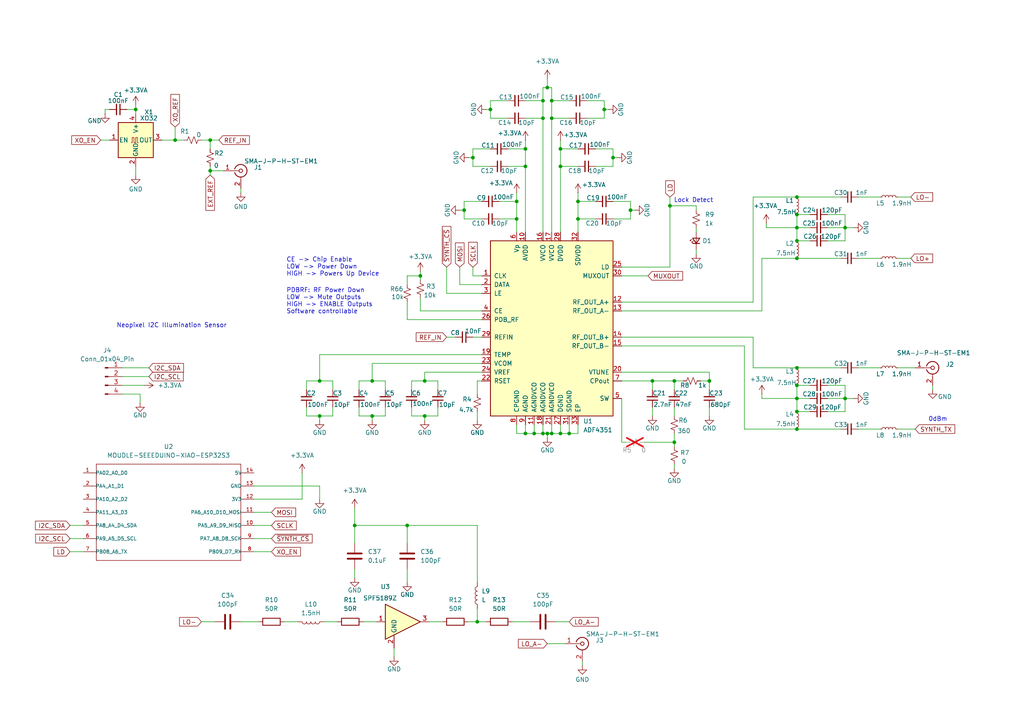
<source format=kicad_sch>
(kicad_sch (version 20231120) (generator "eeschema") (generator_version "8.0")
  (paper "A4")
  (junction (at 175.26 31.75))
  (junction (at 107.95 110.49))
  (junction (at 149.86 58.42))
  (junction (at 102.87 152.4))
  (junction (at 152.4 125.73))
  (junction (at 195.58 128.27))
  (junction (at 231.14 111.76))
  (junction (at 160.02 125.73))
  (junction (at 107.95 120.65))
  (junction (at 162.56 48.26))
  (junction (at 231.14 57.15))
  (junction (at 157.48 125.73))
  (junction (at 60.96 40.64))
  (junction (at 177.8 45.72))
  (junction (at 231.14 69.85))
  (junction (at 157.48 29.21))
  (junction (at 231.14 124.46))
  (junction (at 152.4 48.26))
  (junction (at 134.62 60.96))
  (junction (at 245.11 66.04))
  (junction (at 92.71 120.65))
  (junction (at 162.56 43.18))
  (junction (at 189.23 110.49))
  (junction (at 154.94 125.73))
  (junction (at 39.37 31.75))
  (junction (at 245.11 115.57))
  (junction (at 231.14 66.04))
  (junction (at 60.96 49.53))
  (junction (at 152.4 43.18))
  (junction (at 50.8 40.64))
  (junction (at 231.14 62.23))
  (junction (at 167.64 58.42))
  (junction (at 205.74 110.49))
  (junction (at 194.31 59.69))
  (junction (at 231.14 106.68))
  (junction (at 231.14 74.93))
  (junction (at 157.48 34.29))
  (junction (at 92.71 110.49))
  (junction (at 142.24 31.75))
  (junction (at 231.14 115.57))
  (junction (at 160.02 34.29))
  (junction (at 123.19 110.49))
  (junction (at 138.43 180.34))
  (junction (at 158.75 25.4))
  (junction (at 137.16 45.72))
  (junction (at 167.64 63.5))
  (junction (at 121.92 80.01))
  (junction (at 195.58 110.49))
  (junction (at 123.19 120.65))
  (junction (at 231.14 119.38))
  (junction (at 149.86 63.5))
  (junction (at 182.88 60.96))
  (junction (at 118.11 152.4))
  (junction (at 158.75 125.73))
  (junction (at 162.56 125.73))
  (junction (at 165.1 125.73))
  (junction (at 160.02 29.21))
  (wire (pts (xy 121.92 78.74) (xy 121.92 80.01)))
  (wire (pts (xy 148.59 180.34) (xy 153.67 180.34)))
  (wire (pts (xy 158.75 125.73) (xy 160.02 125.73)))
  (wire (pts (xy 30.48 33.02) (xy 30.48 31.75)))
  (wire (pts (xy 160.02 34.29) (xy 160.02 67.31)))
  (wire (pts (xy 180.34 90.17) (xy 220.98 90.17)))
  (wire (pts (xy 152.4 48.26) (xy 147.32 48.26)))
  (wire (pts (xy 182.88 63.5) (xy 177.8 63.5)))
  (wire (pts (xy 194.31 59.69) (xy 194.31 77.47)))
  (wire (pts (xy 231.14 69.85) (xy 234.95 69.85)))
  (wire (pts (xy 50.8 36.83) (xy 50.8 40.64)))
  (wire (pts (xy 157.48 29.21) (xy 157.48 34.29)))
  (wire (pts (xy 123.19 110.49) (xy 127 110.49)))
  (wire (pts (xy 157.48 34.29) (xy 152.4 34.29)))
  (wire (pts (xy 69.85 180.34) (xy 74.93 180.34)))
  (wire (pts (xy 245.11 69.85) (xy 245.11 66.04)))
  (wire (pts (xy 201.93 66.04) (xy 201.93 67.31)))
  (wire (pts (xy 167.64 125.73) (xy 167.64 123.19)))
  (wire (pts (xy 160.02 123.19) (xy 160.02 125.73)))
  (wire (pts (xy 240.03 69.85) (xy 245.11 69.85)))
  (wire (pts (xy 138.43 152.4) (xy 138.43 168.91)))
  (wire (pts (xy 129.54 85.09) (xy 129.54 77.47)))
  (wire (pts (xy 162.56 125.73) (xy 165.1 125.73)))
  (wire (pts (xy 201.93 59.69) (xy 194.31 59.69)))
  (wire (pts (xy 121.92 90.17) (xy 139.7 90.17)))
  (wire (pts (xy 20.32 152.4) (xy 24.13 152.4)))
  (wire (pts (xy 118.11 80.01) (xy 121.92 80.01)))
  (wire (pts (xy 73.66 144.78) (xy 87.63 144.78)))
  (wire (pts (xy 162.56 123.19) (xy 162.56 125.73)))
  (wire (pts (xy 234.95 115.57) (xy 231.14 115.57)))
  (wire (pts (xy 231.14 115.57) (xy 231.14 119.38)))
  (wire (pts (xy 201.93 72.39) (xy 201.93 73.66)))
  (wire (pts (xy 231.14 62.23) (xy 231.14 66.04)))
  (wire (pts (xy 92.71 120.65) (xy 96.52 120.65)))
  (wire (pts (xy 118.11 92.71) (xy 139.7 92.71)))
  (wire (pts (xy 165.1 125.73) (xy 167.64 125.73)))
  (wire (pts (xy 195.58 125.73) (xy 195.58 128.27)))
  (wire (pts (xy 137.16 48.26) (xy 142.24 48.26)))
  (wire (pts (xy 160.02 25.4) (xy 158.75 25.4)))
  (wire (pts (xy 240.03 115.57) (xy 245.11 115.57)))
  (wire (pts (xy 231.14 66.04) (xy 231.14 69.85)))
  (wire (pts (xy 167.64 58.42) (xy 172.72 58.42)))
  (wire (pts (xy 142.24 34.29) (xy 147.32 34.29)))
  (wire (pts (xy 231.14 111.76) (xy 234.95 111.76)))
  (wire (pts (xy 245.11 119.38) (xy 245.11 115.57)))
  (wire (pts (xy 88.9 120.65) (xy 92.71 120.65)))
  (wire (pts (xy 118.11 152.4) (xy 118.11 157.48)))
  (wire (pts (xy 231.14 57.15) (xy 243.84 57.15)))
  (wire (pts (xy 195.58 110.49) (xy 198.12 110.49)))
  (wire (pts (xy 182.88 63.5) (xy 182.88 60.96)))
  (wire (pts (xy 157.48 123.19) (xy 157.48 125.73)))
  (wire (pts (xy 162.56 40.64) (xy 162.56 43.18)))
  (wire (pts (xy 39.37 31.75) (xy 39.37 33.02)))
  (wire (pts (xy 39.37 30.48) (xy 39.37 31.75)))
  (wire (pts (xy 40.64 114.3) (xy 40.64 116.84)))
  (wire (pts (xy 92.71 110.49) (xy 96.52 110.49)))
  (wire (pts (xy 73.66 156.21) (xy 78.74 156.21)))
  (wire (pts (xy 107.95 105.41) (xy 107.95 110.49)))
  (wire (pts (xy 121.92 86.36) (xy 121.92 90.17)))
  (wire (pts (xy 222.25 66.04) (xy 231.14 66.04)))
  (wire (pts (xy 104.14 118.11) (xy 104.14 120.65)))
  (wire (pts (xy 218.44 57.15) (xy 231.14 57.15)))
  (wire (pts (xy 138.43 110.49) (xy 139.7 110.49)))
  (wire (pts (xy 107.95 110.49) (xy 111.76 110.49)))
  (wire (pts (xy 184.15 60.96) (xy 182.88 60.96)))
  (wire (pts (xy 189.23 118.11) (xy 189.23 120.65)))
  (wire (pts (xy 138.43 119.38) (xy 138.43 121.92)))
  (wire (pts (xy 157.48 25.4) (xy 157.48 29.21)))
  (wire (pts (xy 102.87 152.4) (xy 118.11 152.4)))
  (wire (pts (xy 201.93 60.96) (xy 201.93 59.69)))
  (wire (pts (xy 186.69 128.27) (xy 195.58 128.27)))
  (wire (pts (xy 177.8 48.26) (xy 172.72 48.26)))
  (wire (pts (xy 172.72 63.5) (xy 167.64 63.5)))
  (wire (pts (xy 245.11 62.23) (xy 240.03 62.23)))
  (wire (pts (xy 149.86 63.5) (xy 149.86 67.31)))
  (wire (pts (xy 73.66 140.97) (xy 92.71 140.97)))
  (wire (pts (xy 231.14 62.23) (xy 234.95 62.23)))
  (wire (pts (xy 137.16 80.01) (xy 137.16 77.47)))
  (wire (pts (xy 180.34 107.95) (xy 205.74 107.95)))
  (wire (pts (xy 111.76 113.03) (xy 111.76 110.49)))
  (wire (pts (xy 176.53 31.75) (xy 175.26 31.75)))
  (wire (pts (xy 118.11 152.4) (xy 138.43 152.4)))
  (wire (pts (xy 220.98 115.57) (xy 231.14 115.57)))
  (wire (pts (xy 203.2 110.49) (xy 205.74 110.49)))
  (wire (pts (xy 195.58 110.49) (xy 195.58 113.03)))
  (wire (pts (xy 114.3 187.96) (xy 114.3 190.5)))
  (wire (pts (xy 149.86 123.19) (xy 149.86 125.73)))
  (wire (pts (xy 50.8 40.64) (xy 46.99 40.64)))
  (wire (pts (xy 175.26 29.21) (xy 175.26 31.75)))
  (wire (pts (xy 182.88 58.42) (xy 182.88 60.96)))
  (wire (pts (xy 218.44 106.68) (xy 231.14 106.68)))
  (wire (pts (xy 152.4 123.19) (xy 152.4 125.73)))
  (wire (pts (xy 220.98 115.57) (xy 220.98 114.3)))
  (wire (pts (xy 194.31 77.47) (xy 180.34 77.47)))
  (wire (pts (xy 152.4 125.73) (xy 154.94 125.73)))
  (wire (pts (xy 119.38 110.49) (xy 123.19 110.49)))
  (wire (pts (xy 248.92 124.46) (xy 255.27 124.46)))
  (wire (pts (xy 245.11 66.04) (xy 247.65 66.04)))
  (wire (pts (xy 118.11 80.01) (xy 118.11 82.55)))
  (wire (pts (xy 149.86 55.88) (xy 149.86 58.42)))
  (wire (pts (xy 20.32 160.02) (xy 24.13 160.02)))
  (wire (pts (xy 96.52 113.03) (xy 96.52 110.49)))
  (wire (pts (xy 39.37 48.26) (xy 39.37 50.8)))
  (wire (pts (xy 220.98 74.93) (xy 231.14 74.93)))
  (wire (pts (xy 92.71 120.65) (xy 92.71 121.92)))
  (wire (pts (xy 135.89 180.34) (xy 138.43 180.34)))
  (wire (pts (xy 134.62 63.5) (xy 139.7 63.5)))
  (wire (pts (xy 107.95 105.41) (xy 139.7 105.41)))
  (wire (pts (xy 147.32 43.18) (xy 152.4 43.18)))
  (wire (pts (xy 92.71 102.87) (xy 139.7 102.87)))
  (wire (pts (xy 137.16 48.26) (xy 137.16 45.72)))
  (wire (pts (xy 149.86 125.73) (xy 152.4 125.73)))
  (wire (pts (xy 240.03 66.04) (xy 245.11 66.04)))
  (wire (pts (xy 134.62 58.42) (xy 134.62 60.96)))
  (wire (pts (xy 248.92 106.68) (xy 255.27 106.68)))
  (wire (pts (xy 73.66 160.02) (xy 78.74 160.02)))
  (wire (pts (xy 107.95 120.65) (xy 107.95 121.92)))
  (wire (pts (xy 231.14 74.93) (xy 243.84 74.93)))
  (wire (pts (xy 195.58 128.27) (xy 195.58 129.54)))
  (wire (pts (xy 102.87 157.48) (xy 102.87 152.4)))
  (wire (pts (xy 194.31 57.15) (xy 194.31 59.69)))
  (wire (pts (xy 144.78 58.42) (xy 149.86 58.42)))
  (wire (pts (xy 260.35 57.15) (xy 264.16 57.15)))
  (wire (pts (xy 167.64 58.42) (xy 167.64 63.5)))
  (wire (pts (xy 35.56 114.3) (xy 40.64 114.3)))
  (wire (pts (xy 20.32 156.21) (xy 24.13 156.21)))
  (wire (pts (xy 35.56 111.76) (xy 41.91 111.76)))
  (wire (pts (xy 177.8 43.18) (xy 172.72 43.18)))
  (wire (pts (xy 152.4 40.64) (xy 152.4 43.18)))
  (wire (pts (xy 82.55 180.34) (xy 86.36 180.34)))
  (wire (pts (xy 123.19 110.49) (xy 123.19 107.95)))
  (wire (pts (xy 87.63 144.78) (xy 87.63 137.16)))
  (wire (pts (xy 127 113.03) (xy 127 110.49)))
  (wire (pts (xy 121.92 80.01) (xy 121.92 81.28)))
  (wire (pts (xy 161.29 180.34) (xy 165.1 180.34)))
  (wire (pts (xy 118.11 165.1) (xy 118.11 168.91)))
  (wire (pts (xy 245.11 66.04) (xy 245.11 62.23)))
  (wire (pts (xy 118.11 87.63) (xy 118.11 92.71)))
  (wire (pts (xy 234.95 66.04) (xy 231.14 66.04)))
  (wire (pts (xy 179.07 45.72) (xy 177.8 45.72)))
  (wire (pts (xy 245.11 111.76) (xy 240.03 111.76)))
  (wire (pts (xy 240.03 119.38) (xy 245.11 119.38)))
  (wire (pts (xy 218.44 87.63) (xy 218.44 57.15)))
  (wire (pts (xy 123.19 120.65) (xy 127 120.65)))
  (wire (pts (xy 231.14 119.38) (xy 234.95 119.38)))
  (wire (pts (xy 107.95 120.65) (xy 111.76 120.65)))
  (wire (pts (xy 142.24 29.21) (xy 142.24 31.75)))
  (wire (pts (xy 133.35 60.96) (xy 134.62 60.96)))
  (wire (pts (xy 162.56 43.18) (xy 162.56 48.26)))
  (wire (pts (xy 50.8 40.64) (xy 53.34 40.64)))
  (wire (pts (xy 245.11 115.57) (xy 245.11 111.76)))
  (wire (pts (xy 158.75 186.69) (xy 163.83 186.69)))
  (wire (pts (xy 168.91 191.77) (xy 168.91 193.04)))
  (wire (pts (xy 157.48 125.73) (xy 158.75 125.73)))
  (wire (pts (xy 158.75 125.73) (xy 158.75 127)))
  (wire (pts (xy 134.62 58.42) (xy 139.7 58.42)))
  (wire (pts (xy 129.54 85.09) (xy 139.7 85.09)))
  (wire (pts (xy 60.96 40.64) (xy 60.96 43.18)))
  (wire (pts (xy 167.64 63.5) (xy 167.64 67.31)))
  (wire (pts (xy 92.71 140.97) (xy 92.71 144.78)))
  (wire (pts (xy 180.34 100.33) (xy 215.9 100.33)))
  (wire (pts (xy 248.92 57.15) (xy 255.27 57.15)))
  (wire (pts (xy 119.38 118.11) (xy 119.38 120.65)))
  (wire (pts (xy 88.9 118.11) (xy 88.9 120.65)))
  (wire (pts (xy 175.26 29.21) (xy 170.18 29.21)))
  (wire (pts (xy 60.96 40.64) (xy 58.42 40.64)))
  (wire (pts (xy 160.02 25.4) (xy 160.02 29.21)))
  (wire (pts (xy 215.9 124.46) (xy 231.14 124.46)))
  (wire (pts (xy 218.44 97.79) (xy 218.44 106.68)))
  (wire (pts (xy 195.58 135.89) (xy 195.58 134.62)))
  (wire (pts (xy 60.96 40.64) (xy 63.5 40.64)))
  (wire (pts (xy 177.8 48.26) (xy 177.8 45.72)))
  (wire (pts (xy 133.35 82.55) (xy 133.35 77.47)))
  (wire (pts (xy 88.9 113.03) (xy 88.9 110.49)))
  (wire (pts (xy 180.34 115.57) (xy 180.34 128.27)))
  (wire (pts (xy 157.48 25.4) (xy 158.75 25.4)))
  (wire (pts (xy 138.43 176.53) (xy 138.43 180.34)))
  (wire (pts (xy 60.96 49.53) (xy 64.77 49.53)))
  (wire (pts (xy 154.94 125.73) (xy 157.48 125.73)))
  (wire (pts (xy 189.23 110.49) (xy 195.58 110.49)))
  (wire (pts (xy 162.56 43.18) (xy 167.64 43.18)))
  (wire (pts (xy 124.46 180.34) (xy 128.27 180.34)))
  (wire (pts (xy 36.83 31.75) (xy 39.37 31.75)))
  (wire (pts (xy 180.34 110.49) (xy 189.23 110.49)))
  (wire (pts (xy 29.21 40.64) (xy 31.75 40.64)))
  (wire (pts (xy 73.66 148.59) (xy 78.74 148.59)))
  (wire (pts (xy 165.1 34.29) (xy 160.02 34.29)))
  (wire (pts (xy 102.87 147.32) (xy 102.87 152.4)))
  (wire (pts (xy 123.19 107.95) (xy 139.7 107.95)))
  (wire (pts (xy 231.14 124.46) (xy 243.84 124.46)))
  (wire (pts (xy 152.4 29.21) (xy 157.48 29.21)))
  (wire (pts (xy 205.74 110.49) (xy 205.74 113.03)))
  (wire (pts (xy 177.8 43.18) (xy 177.8 45.72)))
  (wire (pts (xy 88.9 110.49) (xy 92.71 110.49)))
  (wire (pts (xy 104.14 113.03) (xy 104.14 110.49)))
  (wire (pts (xy 119.38 120.65) (xy 123.19 120.65)))
  (wire (pts (xy 157.48 34.29) (xy 157.48 67.31)))
  (wire (pts (xy 215.9 100.33) (xy 215.9 124.46)))
  (wire (pts (xy 134.62 63.5) (xy 134.62 60.96)))
  (wire (pts (xy 160.02 125.73) (xy 162.56 125.73)))
  (wire (pts (xy 35.56 109.22) (xy 43.18 109.22)))
  (wire (pts (xy 182.88 58.42) (xy 177.8 58.42)))
  (wire (pts (xy 220.98 90.17) (xy 220.98 74.93)))
  (wire (pts (xy 60.96 49.53) (xy 60.96 50.8)))
  (wire (pts (xy 104.14 110.49) (xy 107.95 110.49)))
  (wire (pts (xy 92.71 102.87) (xy 92.71 110.49)))
  (wire (pts (xy 60.96 48.26) (xy 60.96 49.53)))
  (wire (pts (xy 139.7 82.55) (xy 133.35 82.55)))
  (wire (pts (xy 137.16 43.18) (xy 142.24 43.18)))
  (wire (pts (xy 102.87 165.1) (xy 102.87 167.64)))
  (wire (pts (xy 222.25 64.77) (xy 222.25 66.04)))
  (wire (pts (xy 142.24 34.29) (xy 142.24 31.75)))
  (wire (pts (xy 129.54 97.79) (xy 132.08 97.79)))
  (wire (pts (xy 139.7 80.01) (xy 137.16 80.01)))
  (wire (pts (xy 260.35 124.46) (xy 265.43 124.46)))
  (wire (pts (xy 138.43 110.49) (xy 138.43 114.3)))
  (wire (pts (xy 30.48 31.75) (xy 31.75 31.75)))
  (wire (pts (xy 138.43 180.34) (xy 140.97 180.34)))
  (wire (pts (xy 162.56 48.26) (xy 162.56 67.31)))
  (wire (pts (xy 180.34 128.27) (xy 181.61 128.27)))
  (wire (pts (xy 152.4 43.18) (xy 152.4 48.26)))
  (wire (pts (xy 205.74 107.95) (xy 205.74 110.49)))
  (wire (pts (xy 180.34 80.01) (xy 187.96 80.01)))
  (wire (pts (xy 205.74 118.11) (xy 205.74 120.65)))
  (wire (pts (xy 105.41 180.34) (xy 109.22 180.34)))
  (wire (pts (xy 119.38 113.03) (xy 119.38 110.49)))
  (wire (pts (xy 96.52 118.11) (xy 96.52 120.65)))
  (wire (pts (xy 35.56 106.68) (xy 43.18 106.68)))
  (wire (pts (xy 175.26 34.29) (xy 175.26 31.75)))
  (wire (pts (xy 231.14 111.76) (xy 231.14 115.57)))
  (wire (pts (xy 195.58 118.11) (xy 195.58 120.65)))
  (wire (pts (xy 167.64 48.26) (xy 162.56 48.26)))
  (wire (pts (xy 152.4 48.26) (xy 152.4 67.31)))
  (wire (pts (xy 127 118.11) (xy 127 120.65)))
  (wire (pts (xy 135.89 45.72) (xy 137.16 45.72)))
  (wire (pts (xy 180.34 97.79) (xy 218.44 97.79)))
  (wire (pts (xy 165.1 123.19) (xy 165.1 125.73)))
  (wire (pts (xy 160.02 29.21) (xy 165.1 29.21)))
  (wire (pts (xy 111.76 118.11) (xy 111.76 120.65)))
  (wire (pts (xy 123.19 120.65) (xy 123.19 121.92)))
  (wire (pts (xy 180.34 87.63) (xy 218.44 87.63)))
  (wire (pts (xy 189.23 110.49) (xy 189.23 113.03)))
  (wire (pts (xy 154.94 123.19) (xy 154.94 125.73)))
  (wire (pts (xy 158.75 25.4) (xy 158.75 22.86)))
  (wire (pts (xy 69.85 54.61) (xy 69.85 55.88)))
  (wire (pts (xy 142.24 29.21) (xy 147.32 29.21)))
  (wire (pts (xy 167.64 55.88) (xy 167.64 58.42)))
  (wire (pts (xy 58.42 180.34) (xy 62.23 180.34)))
  (wire (pts (xy 260.35 74.93) (xy 264.16 74.93)))
  (wire (pts (xy 137.16 43.18) (xy 137.16 45.72)))
  (wire (pts (xy 93.98 180.34) (xy 97.79 180.34)))
  (wire (pts (xy 149.86 58.42) (xy 149.86 63.5)))
  (wire (pts (xy 137.16 97.79) (xy 139.7 97.79)))
  (wire (pts (xy 231.14 106.68) (xy 243.84 106.68)))
  (wire (pts (xy 245.11 115.57) (xy 247.65 115.57)))
  (wire (pts (xy 149.86 63.5) (xy 144.78 63.5)))
  (wire (pts (xy 73.66 152.4) (xy 78.74 152.4)))
  (wire (pts (xy 175.26 34.29) (xy 170.18 34.29)))
  (wire (pts (xy 160.02 29.21) (xy 160.02 34.29)))
  (wire (pts (xy 260.35 106.68) (xy 265.43 106.68)))
  (wire (pts (xy 104.14 120.65) (xy 107.95 120.65)))
  (wire (pts (xy 248.92 74.93) (xy 255.27 74.93)))
  (wire (pts (xy 140.97 31.75) (xy 142.24 31.75)))
  (wire (pts (xy 270.51 111.76) (xy 270.51 113.03)))
  (text "Lock Detect" (at 201.168 58.166 0) (effects (font (size 1.27 1.27))))
  (text "0dBm" (at 272.034 121.666 0) (effects (font (size 1.27 1.27))))
  (text "PDBRF: RF Power Down\nLOW -> Mute Outputs\nHIGH -> ENABLE Outputs\nSoftware controllable" (at 83.058 87.376 0) (effects (font (size 1.27 1.27)) (justify left)))
  (text "CE -> Chip Enable\nLOW -> Power Down\nHIGH -> Powers Up Device" (at 83.058 77.47 0) (effects (font (size 1.27 1.27)) (justify left)))
  (text "Neopixel I2C Illumination Sensor" (at 33.782 94.488 0) (effects (font (size 1.27 1.27)) (justify left)))
  (global_label "XO_REF" (shape input) (at 50.8 36.83 90) (property "Intersheetrefs" "${INTERSHEET_REFS}" (effects (hide yes))))
  (global_label "~{SYNTH_CS}" (shape input) (at 78.74 156.21 0) (property "Intersheetrefs" "${INTERSHEET_REFS}" (effects (hide yes))))
  (global_label "~{SYNTH_CS}" (shape input) (at 129.54 77.47 90) (property "Intersheetrefs" "${INTERSHEET_REFS}" (effects (hide yes))))
  (global_label "SCLK" (shape input) (at 137.16 77.47 90) (property "Intersheetrefs" "${INTERSHEET_REFS}" (effects (hide yes))))
  (global_label "XO_EN" (shape input) (at 29.21 40.64 180) (property "Intersheetrefs" "${INTERSHEET_REFS}" (effects (hide yes))))
  (global_label "LO-" (shape input) (at 264.16 57.15 0) (property "Intersheetrefs" "${INTERSHEET_REFS}" (effects (hide yes))))
  (global_label "I2C_SDA" (shape input) (at 43.18 106.68 0) (property "Intersheetrefs" "${INTERSHEET_REFS}" (effects (hide yes))))
  (global_label "REF_IN" (shape input) (at 129.54 97.79 180) (property "Intersheetrefs" "${INTERSHEET_REFS}" (effects (hide yes))))
  (global_label "LD" (shape input) (at 194.31 57.15 90) (property "Intersheetrefs" "${INTERSHEET_REFS}" (effects (hide yes))))
  (global_label "I2C_SCL" (shape input) (at 20.32 156.21 180) (property "Intersheetrefs" "${INTERSHEET_REFS}" (effects (hide yes))))
  (global_label "REF_IN" (shape input) (at 63.5 40.64 0) (property "Intersheetrefs" "${INTERSHEET_REFS}" (effects (hide yes))))
  (global_label "SCLK" (shape input) (at 78.74 152.4 0) (property "Intersheetrefs" "${INTERSHEET_REFS}" (effects (hide yes))))
  (global_label "I2C_SDA" (shape input) (at 20.32 152.4 180) (property "Intersheetrefs" "${INTERSHEET_REFS}" (effects (hide yes))))
  (global_label "MUXOUT" (shape input) (at 187.96 80.01 0) (property "Intersheetrefs" "${INTERSHEET_REFS}" (effects (hide yes))))
  (global_label "MOSI" (shape input) (at 78.74 148.59 0) (property "Intersheetrefs" "${INTERSHEET_REFS}" (effects (hide yes))))
  (global_label "LO_A-" (shape input) (at 165.1 180.34 0) (property "Intersheetrefs" "${INTERSHEET_REFS}" (effects (hide yes))))
  (global_label "MOSI" (shape input) (at 133.35 77.47 90) (property "Intersheetrefs" "${INTERSHEET_REFS}" (effects (hide yes))))
  (global_label "SYNTH_TX" (shape input) (at 265.43 124.46 0) (property "Intersheetrefs" "${INTERSHEET_REFS}" (effects (hide yes))))
  (global_label "EXT_REF" (shape input) (at 60.96 50.8 270) (property "Intersheetrefs" "${INTERSHEET_REFS}" (effects (hide yes))))
  (global_label "XO_EN" (shape input) (at 78.74 160.02 0) (property "Intersheetrefs" "${INTERSHEET_REFS}" (effects (hide yes))))
  (global_label "I2C_SCL" (shape input) (at 43.18 109.22 0) (property "Intersheetrefs" "${INTERSHEET_REFS}" (effects (hide yes))))
  (global_label "LD" (shape input) (at 20.32 160.02 180) (property "Intersheetrefs" "${INTERSHEET_REFS}" (effects (hide yes))))
  (global_label "LO-" (shape input) (at 58.42 180.34 180) (property "Intersheetrefs" "${INTERSHEET_REFS}" (effects (hide yes))))
  (global_label "LO_A-" (shape input) (at 158.75 186.69 180) (property "Intersheetrefs" "${INTERSHEET_REFS}" (effects (hide yes))))
  (global_label "LO+" (shape input) (at 264.16 74.93 0) (property "Intersheetrefs" "${INTERSHEET_REFS}" (effects (hide yes))))
  (symbol (lib_id "power:GND") (at 40.64 116.84 0) (unit 1)
    (property "Reference" "#PWR038" (effects (hide yes)))
    (property "Value" "GND" (at 40.64 120.396 0))
    (property "Description" "Power symbol creates a global label with name \"GND\" , ground" (effects (hide yes)))
  )
  (symbol (lib_id "Device:C_Small") (at 246.38 106.68 90) (unit 1)
    (property "Reference" "C32" (at 243.84 105.41 90))
    (property "Value" "1nF" (at 249.936 105.41 90))
    (property "Footprint" "Capacitor_SMD:C_0402_1005Metric" (effects (hide yes)))
    (property "Description" "Unpolarized capacitor, small symbol" (effects (hide yes)))
  )
  (symbol (lib_id "Device:C_Small") (at 189.23 115.57 180) (unit 1)
    (property "Reference" "C21" (at 189.23 114.046 0) (effects (justify right)))
    (property "Value" "2.7nF" (at 189.484 117.348 0) (effects (justify right)))
    (property "Footprint" "Capacitor_SMD:C_0603_1608Metric" (effects (hide yes)))
    (property "Description" "Unpolarized capacitor, small symbol" (effects (hide yes)))
  )
  (symbol (lib_id "power:GND") (at 92.71 121.92 0) (unit 1)
    (property "Reference" "#PWR05" (effects (hide yes)))
    (property "Value" "GND" (at 92.71 125.476 0))
    (property "Description" "Power symbol creates a global label with name \"GND\" , ground" (effects (hide yes)))
  )
  (symbol (lib_id "Device:L") (at 138.43 172.72 180) (unit 1)
    (property "Reference" "L9" (at 139.7 171.4499 0) (effects (justify right)))
    (property "Value" "L" (at 139.7 173.9899 0) (effects (justify right)))
    (property "Description" "Inductor" (effects (hide yes)))
  )
  (symbol (lib_id "Device:C_Small") (at 144.78 48.26 270) (unit 1)
    (property "Reference" "C12" (at 143.256 49.53 90) (effects (justify right)))
    (property "Value" "10pF" (at 150.114 49.53 90) (effects (justify right)))
    (property "Footprint" "Capacitor_SMD:C_0402_1005Metric" (effects (hide yes)))
    (property "Description" "Unpolarized capacitor, small symbol" (effects (hide yes)))
  )
  (symbol (lib_id "Device:C_Small") (at 237.49 62.23 90) (unit 1)
    (property "Reference" "C24" (at 234.696 60.96 90))
    (property "Value" "120pF" (at 241.3 60.96 90))
    (property "Footprint" "Capacitor_SMD:C_0402_1005Metric" (effects (hide yes)))
    (property "Description" "Unpolarized capacitor, small symbol" (effects (hide yes)))
  )
  (symbol (lib_id "Device:C_Small") (at 111.76 115.57 180) (unit 1)
    (property "Reference" "C5" (at 111.76 114.046 0) (effects (justify right)))
    (property "Value" "10pF" (at 112.014 117.348 0) (effects (justify right)))
    (property "Footprint" "Capacitor_SMD:C_0402_1005Metric" (effects (hide yes)))
    (property "Description" "Unpolarized capacitor, small symbol" (effects (hide yes)))
  )
  (symbol (lib_id "power:GND") (at 205.74 120.65 0) (unit 1)
    (property "Reference" "#PWR025" (effects (hide yes)))
    (property "Value" "GND" (at 205.74 124.206 0))
    (property "Description" "Power symbol creates a global label with name \"GND\" , ground" (effects (hide yes)))
  )
  (symbol (lib_id "Device:L_Small") (at 231.14 59.69 0) (unit 1)
    (property "Reference" "L1" (at 227.838 58.166 0) (effects (justify left)))
    (property "Value" "7.5nH" (at 225.298 61.468 0) (effects (justify left)))
    (property "Footprint" "Inductor_SMD:L_0402_1005Metric" (effects (hide yes)))
    (property "Description" "Inductor, small symbol" (effects (hide yes)))
  )
  (symbol (lib_id "power:+3.3VA") (at 152.4 40.64 0) (unit 1)
    (property "Reference" "#PWR013" (effects (hide yes)))
    (property "Value" "+3.3VA" (at 147.828 38.608 0))
    (property "Description" "Power symbol creates a global label with name \"+3.3VA\"" (effects (hide yes)))
  )
  (symbol (lib_id "power:GND") (at 133.35 60.96 270) (unit 1)
    (property "Reference" "#PWR09" (effects (hide yes)))
    (property "Value" "GND" (at 129.794 60.96 0))
    (property "Description" "Power symbol creates a global label with name \"GND\" , ground" (effects (hide yes)))
  )
  (symbol (lib_id "Device:C_Small") (at 195.58 115.57 180) (unit 1)
    (property "Reference" "C22" (at 195.58 114.046 0) (effects (justify right)))
    (property "Value" "47nF" (at 195.834 117.348 0) (effects (justify right)))
    (property "Footprint" "Capacitor_SMD:C_0603_1608Metric" (effects (hide yes)))
    (property "Description" "Unpolarized capacitor, small symbol" (effects (hide yes)))
  )
  (symbol (lib_id "power:GND") (at 247.65 66.04 90) (unit 1)
    (property "Reference" "#PWR028" (effects (hide yes)))
    (property "Value" "GND" (at 251.206 66.04 0))
    (property "Description" "Power symbol creates a global label with name \"GND\" , ground" (effects (hide yes)))
  )
  (symbol (lib_id "Device:C_Small") (at 167.64 29.21 270) (unit 1)
    (property "Reference" "C15" (at 166.37 28.194 90) (effects (justify right)))
    (property "Value" "100nF" (at 174.498 27.94 90) (effects (justify right)))
    (property "Footprint" "Capacitor_SMD:C_0402_1005Metric" (effects (hide yes)))
    (property "Description" "Unpolarized capacitor, small symbol" (effects (hide yes)))
  )
  (symbol (lib_id "Device:R_Small_US") (at 118.11 85.09 0) (unit 1)
    (property "Reference" "R66" (at 115.062 83.82 0))
    (property "Value" "10k" (at 115.316 86.106 0))
    (property "Footprint" "Resistor_SMD:R_0603_1608Metric" (effects (hide yes)))
    (property "Description" "Resistor, small US symbol" (effects (hide yes)))
  )
  (symbol (lib_id "Device:C_Small") (at 205.74 115.57 180) (unit 1)
    (property "Reference" "C23" (at 205.74 114.046 0) (effects (justify right)))
    (property "Value" "680pF" (at 205.994 117.348 0) (effects (justify right)))
    (property "Footprint" "Capacitor_SMD:C_0603_1608Metric" (effects (hide yes)))
    (property "Description" "Unpolarized capacitor, small symbol" (effects (hide yes)))
  )
  (symbol (lib_id "Connector:Conn_Coaxial") (at 270.51 106.68 0) (unit 1)
    (property "Reference" "J2" (at 274.32 105.7031 0) (effects (justify left)))
    (property "Value" "SMA-J-P-H-ST-EM1" (at 260.096 102.362 0) (effects (justify left)))
    (property "Footprint" "Connector_Coaxial:SMA_Samtec_SMA-J-P-X-ST-EM1_EdgeMount" (effects (hide yes)))
    (property "Datasheet" "https://mm.digikey.com/Volume0/opasdata/d220001/medias/docus/6129/sma-j-p-x-st-em1-mkt.pdf" (effects (hide yes)))
    (property "Description" "coaxial connector (BNC, SMA, SMB, SMC, Cinch/RCA, LEMO, ...)" (effects (hide yes)))
    (property "Digikey" "SAM8857-ND" (effects (hide yes)))
  )
  (symbol (lib_id "Device:C_Small") (at 149.86 29.21 270) (unit 1)
    (property "Reference" "C13" (at 148.59 28.194 90) (effects (justify right)))
    (property "Value" "100nF" (at 156.718 27.94 90) (effects (justify right)))
    (property "Footprint" "Capacitor_SMD:C_0402_1005Metric" (effects (hide yes)))
    (property "Description" "Unpolarized capacitor, small symbol" (effects (hide yes)))
  )
  (symbol (lib_id "Device:L_Small") (at 257.81 57.15 90) (unit 1)
    (property "Reference" "L5" (at 256.54 58.928 90) (effects (justify left)))
    (property "Value" "1.9nH" (at 264.414 58.928 90) (effects (justify left)))
    (property "Footprint" "Inductor_SMD:L_0402_1005Metric" (effects (hide yes)))
    (property "Description" "Inductor, small symbol" (effects (hide yes)))
  )
  (symbol (lib_id "Device:C_Small") (at 170.18 43.18 270) (unit 1)
    (property "Reference" "C17" (at 168.91 42.164 90) (effects (justify right)))
    (property "Value" "100nF" (at 177.038 41.91 90) (effects (justify right)))
    (property "Footprint" "Capacitor_SMD:C_0402_1005Metric" (effects (hide yes)))
    (property "Description" "Unpolarized capacitor, small symbol" (effects (hide yes)))
  )
  (symbol (lib_id "power:GND") (at 168.91 193.04 0) (unit 1)
    (property "Reference" "#PWR037" (effects (hide yes)))
    (property "Value" "GND" (at 168.91 197.104 0))
    (property "Description" "Power symbol creates a global label with name \"GND\" , ground" (effects (hide yes)))
  )
  (symbol (lib_id "Device:C_Small") (at 246.38 57.15 90) (unit 1)
    (property "Reference" "C30" (at 243.84 55.88 90))
    (property "Value" "1nF" (at 249.936 55.88 90))
    (property "Footprint" "Capacitor_SMD:C_0402_1005Metric" (effects (hide yes)))
    (property "Description" "Unpolarized capacitor, small symbol" (effects (hide yes)))
  )
  (symbol (lib_id "power:GND") (at 189.23 120.65 0) (unit 1)
    (property "Reference" "#PWR022" (effects (hide yes)))
    (property "Value" "GND" (at 189.23 124.206 0))
    (property "Description" "Power symbol creates a global label with name \"GND\" , ground" (effects (hide yes)))
  )
  (symbol (lib_id "Device:C") (at 102.87 161.29 0) (unit 1)
    (property "Reference" "C37" (at 106.68 160.0199 0) (effects (justify left)))
    (property "Value" "0.1uF" (at 106.68 162.5599 0) (effects (justify left)))
    (property "Footprint" "Capacitor_SMD:C_0603_1608Metric" (effects (hide yes)))
    (property "Description" "Unpolarized capacitor" (effects (hide yes)))
  )
  (symbol (lib_id "Device:L_Small") (at 257.81 124.46 90) (unit 1)
    (property "Reference" "L8" (at 256.54 126.238 90) (effects (justify left)))
    (property "Value" "1.9nH" (at 264.414 126.238 90) (effects (justify left)))
    (property "Footprint" "Inductor_SMD:L_0402_1005Metric" (effects (hide yes)))
    (property "Description" "Inductor, small symbol" (effects (hide yes)))
  )
  (symbol (lib_id "power:+3.3VA") (at 222.25 64.77 0) (unit 1)
    (property "Reference" "#PWR027" (effects (hide yes)))
    (property "Value" "+3.3VA" (at 221.996 59.69 0))
    (property "Description" "Power symbol creates a global label with name \"+3.3VA\"" (effects (hide yes)))
  )
  (symbol (lib_id "power:GND") (at 114.3 190.5 0) (unit 1)
    (property "Reference" "#PWR031" (effects (hide yes)))
    (property "Value" "GND" (at 114.3 194.056 0))
    (property "Description" "Power symbol creates a global label with name \"GND\" , ground" (effects (hide yes)))
  )
  (symbol (lib_id "Device:C_Small") (at 237.49 69.85 90) (unit 1)
    (property "Reference" "C26" (at 234.95 68.58 90))
    (property "Value" "120pF" (at 241.046 68.58 90))
    (property "Footprint" "Capacitor_SMD:C_0402_1005Metric" (effects (hide yes)))
    (property "Description" "Unpolarized capacitor, small symbol" (effects (hide yes)))
  )
  (symbol (lib_id "Device:L") (at 90.17 180.34 270) (unit 1)
    (property "Reference" "L10" (at 90.17 175.26 90))
    (property "Value" "1.5nH" (at 90.17 177.8 90))
    (property "Footprint" "Inductor_SMD:L_0402_1005Metric" (effects (hide yes)))
    (property "Description" "Inductor" (effects (hide yes)))
  )
  (symbol (lib_id "Device:C") (at 157.48 180.34 270) (unit 1)
    (property "Reference" "C35" (at 157.48 172.72 90))
    (property "Value" "100pF" (at 157.48 175.26 90))
    (property "Footprint" "Capacitor_SMD:C_0603_1608Metric" (effects (hide yes)))
    (property "Description" "Unpolarized capacitor" (effects (hide yes)))
  )
  (symbol (lib_id "Device:C_Small") (at 127 115.57 180) (unit 1)
    (property "Reference" "C7" (at 127 114.046 0) (effects (justify right)))
    (property "Value" "10pF" (at 127.254 117.348 0) (effects (justify right)))
    (property "Footprint" "Capacitor_SMD:C_0402_1005Metric" (effects (hide yes)))
    (property "Description" "Unpolarized capacitor, small symbol" (effects (hide yes)))
  )
  (symbol (lib_id "Device:C_Small") (at 88.9 115.57 180) (unit 1)
    (property "Reference" "C2" (at 88.9 114.046 0) (effects (justify right)))
    (property "Value" "100nF" (at 89.154 117.348 0) (effects (justify right)))
    (property "Footprint" "Capacitor_SMD:C_0402_1005Metric" (effects (hide yes)))
    (property "Description" "Unpolarized capacitor, small symbol" (effects (hide yes)))
  )
  (symbol (lib_id "Connector:Conn_01x04_Pin") (at 30.48 109.22 0) (unit 1)
    (property "Reference" "J4" (at 31.115 101.6 0))
    (property "Value" "Conn_01x04_Pin" (at 31.115 104.14 0))
    (property "Footprint" "Connector_JST:JST_EH_B4B-EH-A_1x04_P2.50mm_Vertical" (effects (hide yes)))
    (property "Description" "Generic connector, single row, 01x04, script generated" (effects (hide yes)))
  )
  (symbol (lib_id "Device:C_Small") (at 246.38 74.93 90) (unit 1)
    (property "Reference" "C31" (at 243.84 73.66 90))
    (property "Value" "1nF" (at 249.936 73.66 90))
    (property "Footprint" "Capacitor_SMD:C_0402_1005Metric" (effects (hide yes)))
    (property "Description" "Unpolarized capacitor, small symbol" (effects (hide yes)))
  )
  (symbol (lib_id "Device:R_Small_US") (at 184.15 128.27 270) (unit 1) (dnp yes)
    (property "Reference" "R5" (at 181.864 130.556 90))
    (property "Value" "0" (at 186.69 130.556 90))
    (property "Footprint" "Resistor_SMD:R_0603_1608Metric" (effects (hide yes)))
    (property "Description" "Resistor, small US symbol" (effects (hide yes)))
  )
  (symbol (lib_id "Device:C_Small") (at 175.26 58.42 270) (unit 1)
    (property "Reference" "C19" (at 173.99 57.404 90) (effects (justify right)))
    (property "Value" "100nF" (at 182.118 57.15 90) (effects (justify right)))
    (property "Footprint" "Capacitor_SMD:C_0402_1005Metric" (effects (hide yes)))
    (property "Description" "Unpolarized capacitor, small symbol" (effects (hide yes)))
  )
  (symbol (lib_id "power:GND") (at 247.65 115.57 90) (unit 1)
    (property "Reference" "#PWR029" (effects (hide yes)))
    (property "Value" "GND" (at 251.206 115.57 0))
    (property "Description" "Power symbol creates a global label with name \"GND\" , ground" (effects (hide yes)))
  )
  (symbol (lib_id "power:GND") (at 30.48 33.02 0) (unit 1)
    (property "Reference" "#PWR01" (effects (hide yes)))
    (property "Value" "GND" (at 27.432 35.052 0))
    (property "Description" "Power symbol creates a global label with name \"GND\" , ground" (effects (hide yes)))
  )
  (symbol (lib_id "Device:C_Small") (at 170.18 48.26 270) (unit 1)
    (property "Reference" "C18" (at 168.656 49.53 90) (effects (justify right)))
    (property "Value" "10pF" (at 175.514 49.53 90) (effects (justify right)))
    (property "Footprint" "Capacitor_SMD:C_0402_1005Metric" (effects (hide yes)))
    (property "Description" "Unpolarized capacitor, small symbol" (effects (hide yes)))
  )
  (symbol (lib_id "Device:L_Small") (at 231.14 109.22 0) (unit 1)
    (property "Reference" "L3" (at 227.838 107.696 0) (effects (justify left)))
    (property "Value" "7.5nH" (at 225.298 110.998 0) (effects (justify left)))
    (property "Footprint" "Inductor_SMD:L_0402_1005Metric" (effects (hide yes)))
    (property "Description" "Inductor, small symbol" (effects (hide yes)))
  )
  (symbol (lib_id "power:+3.3VA") (at 167.64 55.88 0) (unit 1)
    (property "Reference" "#PWR017" (effects (hide yes)))
    (property "Value" "+3.3VA" (at 172.212 53.594 0))
    (property "Description" "Power symbol creates a global label with name \"+3.3VA\"" (effects (hide yes)))
  )
  (symbol (lib_id "Device:C_Small") (at 246.38 124.46 90) (unit 1)
    (property "Reference" "C33" (at 243.84 123.19 90))
    (property "Value" "1nF" (at 249.936 123.19 90))
    (property "Footprint" "Capacitor_SMD:C_0402_1005Metric" (effects (hide yes)))
    (property "Description" "Unpolarized capacitor, small symbol" (effects (hide yes)))
  )
  (symbol (lib_id "Device:R_Small_US") (at 195.58 123.19 180) (unit 1)
    (property "Reference" "R6" (at 198.12 121.92 0))
    (property "Value" "360" (at 198.374 124.968 0))
    (property "Footprint" "Resistor_SMD:R_0603_1608Metric" (effects (hide yes)))
    (property "Description" "Resistor, small US symbol" (effects (hide yes)))
  )
  (symbol (lib_id "Device:C_Small") (at 34.29 31.75 270) (unit 1)
    (property "Reference" "C1" (at 34.29 27.432 90))
    (property "Value" "100nF" (at 34.29 29.21 90))
    (property "Footprint" "Capacitor_SMD:C_0402_1005Metric" (effects (hide yes)))
    (property "Description" "Unpolarized capacitor, small symbol" (effects (hide yes)))
  )
  (symbol (lib_id "Device:L_Small") (at 257.81 106.68 90) (unit 1)
    (property "Reference" "L7" (at 256.54 108.458 90) (effects (justify left)))
    (property "Value" "1.9nH" (at 264.414 108.458 90) (effects (justify left)))
    (property "Footprint" "Inductor_SMD:L_0402_1005Metric" (effects (hide yes)))
    (property "Description" "Inductor, small symbol" (effects (hide yes)))
  )
  (symbol (lib_id "power:GND") (at 140.97 31.75 270) (unit 1)
    (property "Reference" "#PWR012" (effects (hide yes)))
    (property "Value" "GND" (at 137.414 31.75 0))
    (property "Description" "Power symbol creates a global label with name \"GND\" , ground" (effects (hide yes)))
  )
  (symbol (lib_id "Device:R_Small_US") (at 195.58 132.08 180) (unit 1)
    (property "Reference" "R7" (at 198.628 131.318 0))
    (property "Value" "0" (at 198.374 133.858 0))
    (property "Footprint" "Resistor_SMD:R_0603_1608Metric" (effects (hide yes)))
    (property "Description" "Resistor, small US symbol" (effects (hide yes)))
  )
  (symbol (lib_id "Device:C_Small") (at 104.14 115.57 180) (unit 1)
    (property "Reference" "C4" (at 104.14 114.046 0) (effects (justify right)))
    (property "Value" "100nF" (at 104.394 117.348 0) (effects (justify right)))
    (property "Footprint" "Capacitor_SMD:C_0402_1005Metric" (effects (hide yes)))
    (property "Description" "Unpolarized capacitor, small symbol" (effects (hide yes)))
  )
  (symbol (lib_id "power:+3.3VA") (at 87.63 137.16 0) (unit 1)
    (property "Reference" "#PWR036" (effects (hide yes)))
    (property "Value" "+3.3VA" (at 87.63 132.08 0))
    (property "Description" "Power symbol creates a global label with name \"+3.3VA\"" (effects (hide yes)))
  )
  (symbol (lib_id "power:GND") (at 195.58 135.89 0) (unit 1)
    (property "Reference" "#PWR023" (effects (hide yes)))
    (property "Value" "GND" (at 195.58 139.446 0))
    (property "Description" "Power symbol creates a global label with name \"GND\" , ground" (effects (hide yes)))
  )
  (symbol (lib_id "Device:C_Small") (at 142.24 63.5 270) (unit 1)
    (property "Reference" "C10" (at 140.716 64.77 90) (effects (justify right)))
    (property "Value" "10pF" (at 147.574 64.77 90) (effects (justify right)))
    (property "Footprint" "Capacitor_SMD:C_0402_1005Metric" (effects (hide yes)))
    (property "Description" "Unpolarized capacitor, small symbol" (effects (hide yes)))
  )
  (symbol (lib_id "Device:C_Small") (at 144.78 43.18 270) (unit 1)
    (property "Reference" "C11" (at 143.51 42.164 90) (effects (justify right)))
    (property "Value" "100nF" (at 151.638 41.91 90) (effects (justify right)))
    (property "Footprint" "Capacitor_SMD:C_0402_1005Metric" (effects (hide yes)))
    (property "Description" "Unpolarized capacitor, small symbol" (effects (hide yes)))
  )
  (symbol (lib_id "power:GND") (at 102.87 167.64 0) (unit 1)
    (property "Reference" "#PWR032" (effects (hide yes)))
    (property "Value" "GND" (at 102.87 171.196 0))
    (property "Description" "Power symbol creates a global label with name \"GND\" , ground" (effects (hide yes)))
  )
  (symbol (lib_id "power:+3.3VA") (at 162.56 40.64 0) (unit 1)
    (property "Reference" "#PWR018" (effects (hide yes)))
    (property "Value" "+3.3VA" (at 166.878 39.116 0))
    (property "Description" "Power symbol creates a global label with name \"+3.3VA\"" (effects (hide yes)))
  )
  (symbol (lib_id "power:GND") (at 138.43 121.92 0) (unit 1)
    (property "Reference" "#PWR011" (effects (hide yes)))
    (property "Value" "GND" (at 138.43 125.476 0))
    (property "Description" "Power symbol creates a global label with name \"GND\" , ground" (effects (hide yes)))
  )
  (symbol (lib_id "Device:R_Small_US") (at 200.66 110.49 90) (unit 1)
    (property "Reference" "R8" (at 198.628 111.76 90))
    (property "Value" "1k" (at 203.708 111.76 90))
    (property "Footprint" "Resistor_SMD:R_0603_1608Metric" (effects (hide yes)))
    (property "Description" "Resistor, small US symbol" (effects (hide yes)))
  )
  (symbol (lib_id "power:+3.3VA") (at 102.87 147.32 0) (unit 1)
    (property "Reference" "#PWR034" (effects (hide yes)))
    (property "Value" "+3.3VA" (at 102.87 142.24 0))
    (property "Description" "Power symbol creates a global label with name \"+3.3VA\"" (effects (hide yes)))
  )
  (symbol (lib_id "power:GND") (at 69.85 55.88 0) (unit 1)
    (property "Reference" "#PWR04" (effects (hide yes)))
    (property "Value" "GND" (at 69.85 59.944 0))
    (property "Description" "Power symbol creates a global label with name \"GND\" , ground" (effects (hide yes)))
  )
  (symbol (lib_id "power:GND") (at 201.93 73.66 0) (unit 1)
    (property "Reference" "#PWR024" (effects (hide yes)))
    (property "Value" "GND" (at 201.93 77.216 0))
    (property "Description" "Power symbol creates a global label with name \"GND\" , ground" (effects (hide yes)))
  )
  (symbol (lib_id "power:+3.3VA") (at 149.86 55.88 0) (unit 1)
    (property "Reference" "#PWR014" (effects (hide yes)))
    (property "Value" "+3.3VA" (at 145.288 53.086 0))
    (property "Description" "Power symbol creates a global label with name \"+3.3VA\"" (effects (hide yes)))
  )
  (symbol (lib_id "Device:R") (at 144.78 180.34 270) (unit 1)
    (property "Reference" "R13" (at 144.78 173.99 90))
    (property "Value" "50R" (at 144.78 176.53 90))
    (property "Footprint" "Resistor_SMD:R_0603_1608Metric" (effects (hide yes)))
    (property "Description" "Resistor" (effects (hide yes)))
  )
  (symbol (lib_id "Device:R_Small_US") (at 121.92 83.82 180) (unit 1)
    (property "Reference" "R3" (at 124.968 83.058 0))
    (property "Value" "10k" (at 124.714 85.598 0))
    (property "Footprint" "Resistor_SMD:R_0603_1608Metric" (effects (hide yes)))
    (property "Description" "Resistor, small US symbol" (effects (hide yes)))
  )
  (symbol (lib_id "power:GND") (at 107.95 121.92 0) (unit 1)
    (property "Reference" "#PWR06" (effects (hide yes)))
    (property "Value" "GND" (at 107.95 125.476 0))
    (property "Description" "Power symbol creates a global label with name \"GND\" , ground" (effects (hide yes)))
  )
  (symbol (lib_id "power:+3.3VA") (at 39.37 30.48 0) (unit 1)
    (property "Reference" "#PWR02" (effects (hide yes)))
    (property "Value" "+3.3VA" (at 39.37 26.162 0))
    (property "Description" "Power symbol creates a global label with name \"+3.3VA\"" (effects (hide yes)))
  )
  (symbol (lib_id "Device:C_Small") (at 237.49 66.04 90) (unit 1)
    (property "Reference" "C25" (at 234.696 64.77 90))
    (property "Value" "100nF" (at 241.3 64.77 90))
    (property "Footprint" "Capacitor_SMD:C_0402_1005Metric" (effects (hide yes)))
    (property "Description" "Unpolarized capacitor, small symbol" (effects (hide yes)))
  )
  (symbol (lib_id "Connector:Conn_Coaxial") (at 168.91 186.69 0) (unit 1)
    (property "Reference" "J3" (at 172.72 185.7131 0) (effects (justify left)))
    (property "Value" "SMA-J-P-H-ST-EM1" (at 169.926 183.896 0) (effects (justify left)))
    (property "Footprint" "Connector_Coaxial:SMA_Samtec_SMA-J-P-X-ST-EM1_EdgeMount" (effects (hide yes)))
    (property "Datasheet" "https://mm.digikey.com/Volume0/opasdata/d220001/medias/docus/6129/sma-j-p-x-st-em1-mkt.pdf" (effects (hide yes)))
    (property "Description" "coaxial connector (BNC, SMA, SMB, SMC, Cinch/RCA, LEMO, ...)" (effects (hide yes)))
    (property "Digikey" "SAM8857-ND" (effects (hide yes)))
  )
  (symbol (lib_id "power:GND") (at 270.51 113.03 0) (unit 1)
    (property "Reference" "#PWR030" (effects (hide yes)))
    (property "Value" "GND" (at 274.066 115.062 0))
    (property "Description" "Power symbol creates a global label with name \"GND\" , ground" (effects (hide yes)))
  )
  (symbol (lib_id "power:+3.3VA") (at 158.75 22.86 0) (unit 1)
    (property "Reference" "#PWR015" (effects (hide yes)))
    (property "Value" "+3.3VA" (at 158.75 17.78 0))
    (property "Description" "Power symbol creates a global label with name \"+3.3VA\"" (effects (hide yes)))
  )
  (symbol (lib_id "RF_Amplifier:SPF5189Z") (at 116.84 180.34 0) (unit 1)
    (property "Reference" "U3" (at 111.76 170.18 0))
    (property "Value" "SPF5189Z" (at 110.236 173.482 0))
    (property "Footprint" "Package_TO_SOT_SMD:SOT-89-3" (effects (hide yes)))
    (property "Datasheet" "www.qorvo.com/products/d/da001910" (effects (hide yes)))
    (property "Description" "50MHz to 4000MHz, GaAs pHEMT low noise MMIC amplifier, SOT-89" (effects (hide yes)))
  )
  (symbol (lib_id "power:GND") (at 118.11 168.91 0) (unit 1)
    (property "Reference" "#PWR033" (effects (hide yes)))
    (property "Value" "GND" (at 118.11 172.466 0))
    (property "Description" "Power symbol creates a global label with name \"GND\" , ground" (effects (hide yes)))
  )
  (symbol (lib_id "power:+3.3VA") (at 121.92 78.74 0) (unit 1)
    (property "Reference" "#PWR07" (effects (hide yes)))
    (property "Value" "+3.3VA" (at 121.92 74.422 0))
    (property "Description" "Power symbol creates a global label with name \"+3.3VA\"" (effects (hide yes)))
  )
  (symbol (lib_id "Device:L_Small") (at 231.14 121.92 0) (unit 1)
    (property "Reference" "L4" (at 227.838 120.142 0) (effects (justify left)))
    (property "Value" "7.5nH" (at 225.044 122.936 0) (effects (justify left)))
    (property "Footprint" "Inductor_SMD:L_0402_1005Metric" (effects (hide yes)))
    (property "Description" "Inductor, small symbol" (effects (hide yes)))
  )
  (symbol (lib_id "power:+3.3VA") (at 220.98 114.3 0) (unit 1)
    (property "Reference" "#PWR026" (effects (hide yes)))
    (property "Value" "+3.3VA" (at 220.98 109.982 0))
    (property "Description" "Power symbol creates a global label with name \"+3.3VA\"" (effects (hide yes)))
  )
  (symbol (lib_id "power:GND") (at 179.07 45.72 90) (unit 1)
    (property "Reference" "#PWR020" (effects (hide yes)))
    (property "Value" "GND" (at 182.626 45.72 0))
    (property "Description" "Power symbol creates a global label with name \"GND\" , ground" (effects (hide yes)))
  )
  (symbol (lib_id "Device:R_Small_US") (at 201.93 63.5 0) (unit 1)
    (property "Reference" "R9" (at 204.47 62.2299 0) (effects (justify left)))
    (property "Value" "1k" (at 204.47 64.7699 0) (effects (justify left)))
    (property "Footprint" "Resistor_SMD:R_0603_1608Metric" (effects (hide yes)))
    (property "Description" "Resistor, small US symbol" (effects (hide yes)))
  )
  (symbol (lib_id "Device:C_Small") (at 237.49 111.76 90) (unit 1)
    (property "Reference" "C27" (at 234.696 110.49 90))
    (property "Value" "120pF" (at 241.3 110.49 90))
    (property "Footprint" "Capacitor_SMD:C_0402_1005Metric" (effects (hide yes)))
    (property "Description" "Unpolarized capacitor, small symbol" (effects (hide yes)))
  )
  (symbol (lib_id "power:GND") (at 92.71 144.78 0) (unit 1)
    (property "Reference" "#PWR035" (effects (hide yes)))
    (property "Value" "GND" (at 92.71 148.336 0))
    (property "Description" "Power symbol creates a global label with name \"GND\" , ground" (effects (hide yes)))
  )
  (symbol (lib_id "Device:C_Small") (at 142.24 58.42 270) (unit 1)
    (property "Reference" "C9" (at 140.97 57.404 90) (effects (justify right)))
    (property "Value" "100nF" (at 149.098 57.15 90) (effects (justify right)))
    (property "Footprint" "Capacitor_SMD:C_0402_1005Metric" (effects (hide yes)))
    (property "Description" "Unpolarized capacitor, small symbol" (effects (hide yes)))
  )
  (symbol (lib_id "Device:C") (at 66.04 180.34 270) (unit 1)
    (property "Reference" "C34" (at 66.04 172.72 90))
    (property "Value" "100pF" (at 66.04 175.26 90))
    (property "Footprint" "Capacitor_SMD:C_0603_1608Metric" (effects (hide yes)))
    (property "Description" "Unpolarized capacitor" (effects (hide yes)))
  )
  (symbol (lib_id "power:GND") (at 176.53 31.75 90) (unit 1)
    (property "Reference" "#PWR019" (effects (hide yes)))
    (property "Value" "GND" (at 180.086 31.75 0))
    (property "Description" "Power symbol creates a global label with name \"GND\" , ground" (effects (hide yes)))
  )
  (symbol (lib_id "Device:L_Small") (at 257.81 74.93 90) (unit 1)
    (property "Reference" "L6" (at 256.54 76.708 90) (effects (justify left)))
    (property "Value" "1.9nH" (at 264.414 76.708 90) (effects (justify left)))
    (property "Footprint" "Inductor_SMD:L_0402_1005Metric" (effects (hide yes)))
    (property "Description" "Inductor, small symbol" (effects (hide yes)))
  )
  (symbol (lib_id "Timer_PLL:ADF4351") (at 160.02 95.25 0) (unit 1)
    (property "Reference" "U1" (at 169.164 122.174 0) (effects (justify left)))
    (property "Value" "ADF4351" (at 169.164 124.714 0) (effects (justify left)))
    (property "Footprint" "Package_CSP:LFCSP-32-1EP_5x5mm_P0.5mm_EP3.25x3.25mm" (effects (hide yes)))
    (property "Datasheet" "https://www.analog.com/media/en/technical-documentation/data-sheets/ADF4351.pdf" (effects (hide yes)))
    (property "Description" "35-4400MHz fractional-N PLL, LFCSP-32" (effects (hide yes)))
    (property "Digikey" "505-ADF4351BCPZ-RL7CT-ND" (effects (hide yes)))
  )
  (symbol (lib_id "Device:C_Small") (at 175.26 63.5 270) (unit 1)
    (property "Reference" "C20" (at 173.736 64.77 90) (effects (justify right)))
    (property "Value" "10pF" (at 180.594 64.77 90) (effects (justify right)))
    (property "Footprint" "Capacitor_SMD:C_0402_1005Metric" (effects (hide yes)))
    (property "Description" "Unpolarized capacitor, small symbol" (effects (hide yes)))
  )
  (symbol (lib_id "Device:R_Small_US") (at 55.88 40.64 90) (unit 1)
    (property "Reference" "R1" (at 53.594 38.1 90))
    (property "Value" "0" (at 57.658 39.116 90))
    (property "Footprint" "Resistor_SMD:R_0603_1608Metric" (effects (hide yes)))
    (property "Description" "Resistor, small US symbol" (effects (hide yes)))
  )
  (symbol (lib_id "Device:L_Small") (at 231.14 72.39 0) (unit 1)
    (property "Reference" "L2" (at 227.838 70.612 0) (effects (justify left)))
    (property "Value" "7.5nH" (at 225.044 73.406 0) (effects (justify left)))
    (property "Footprint" "Inductor_SMD:L_0402_1005Metric" (effects (hide yes)))
    (property "Description" "Inductor, small symbol" (effects (hide yes)))
  )
  (symbol (lib_id "Device:R_Small_US") (at 60.96 45.72 180) (unit 1)
    (property "Reference" "R2" (at 63.5 44.45 0))
    (property "Value" "0" (at 62.738 48.006 0))
    (property "Footprint" "Resistor_SMD:R_0603_1608Metric" (effects (hide yes)))
    (property "Description" "Resistor, small US symbol" (effects (hide yes)))
  )
  (symbol (lib_id "power:GND") (at 158.75 127 0) (unit 1)
    (property "Reference" "#PWR016" (effects (hide yes)))
    (property "Value" "GND" (at 158.75 130.556 0))
    (property "Description" "Power symbol creates a global label with name \"GND\" , ground" (effects (hide yes)))
  )
  (symbol (lib_id "power:GND") (at 39.37 50.8 0) (unit 1)
    (property "Reference" "#PWR03" (effects (hide yes)))
    (property "Value" "GND" (at 39.37 54.864 0))
    (property "Description" "Power symbol creates a global label with name \"GND\" , ground" (effects (hide yes)))
  )
  (symbol (lib_id "Device:C_Small") (at 149.86 34.29 270) (unit 1)
    (property "Reference" "C14" (at 148.336 35.56 90) (effects (justify right)))
    (property "Value" "10pF" (at 155.194 35.56 90) (effects (justify right)))
    (property "Footprint" "Capacitor_SMD:C_0402_1005Metric" (effects (hide yes)))
    (property "Description" "Unpolarized capacitor, small symbol" (effects (hide yes)))
  )
  (symbol (lib_id "Device:C_Small") (at 237.49 115.57 90) (unit 1)
    (property "Reference" "C28" (at 234.696 114.3 90))
    (property "Value" "100nF" (at 241.3 114.3 90))
    (property "Footprint" "Capacitor_SMD:C_0402_1005Metric" (effects (hide yes)))
    (property "Description" "Unpolarized capacitor, small symbol" (effects (hide yes)))
  )
  (symbol (lib_id "Device:R_Small_US") (at 138.43 116.84 0) (unit 1)
    (property "Reference" "R4" (at 134.112 115.824 0) (effects (justify left)))
    (property "Value" "4.7k" (at 133.096 118.872 0) (effects (justify left)))
    (property "Footprint" "Resistor_SMD:R_0603_1608Metric" (effects (hide yes)))
    (property "Description" "Resistor, small US symbol" (effects (hide yes)))
  )
  (symbol (lib_id "Device:R") (at 101.6 180.34 270) (unit 1)
    (property "Reference" "R11" (at 101.6 173.99 90))
    (property "Value" "50R" (at 101.6 176.53 90))
    (property "Footprint" "Resistor_SMD:R_0603_1608Metric" (effects (hide yes)))
    (property "Description" "Resistor" (effects (hide yes)))
  )
  (symbol (lib_id "Seeed Studio Xiao ESP32S3:MOUDLE-SEEEDUINO-XIAO-ESP32S3") (at 49.53 148.59 0) (unit 1)
    (property "Reference" "U2" (at 48.895 129.54 0))
    (property "Value" "MOUDLE-SEEEDUINO-XIAO-ESP32S3" (at 48.895 132.08 0))
    (property "Footprint" "MOUDLE14P-SMD-2.54-21X17.8MM" (effects (hide yes)))
  )
  (symbol (lib_id "Device:C_Small") (at 237.49 119.38 90) (unit 1)
    (property "Reference" "C29" (at 234.95 118.11 90))
    (property "Value" "120pF" (at 241.046 118.11 90))
    (property "Footprint" "Capacitor_SMD:C_0402_1005Metric" (effects (hide yes)))
    (property "Description" "Unpolarized capacitor, small symbol" (effects (hide yes)))
  )
  (symbol (lib_id "power:+3.3VA") (at 41.91 111.76 270) (unit 1)
    (property "Reference" "#PWR039" (effects (hide yes)))
    (property "Value" "+3.3VA" (at 45.72 111.7599 90) (effects (justify left)))
    (property "Description" "Power symbol creates a global label with name \"+3.3VA\"" (effects (hide yes)))
  )
  (symbol (lib_id "Device:C_Small") (at 119.38 115.57 180) (unit 1)
    (property "Reference" "C6" (at 119.38 114.046 0) (effects (justify right)))
    (property "Value" "100nF" (at 119.634 117.094 0) (effects (justify right)))
    (property "Footprint" "Capacitor_SMD:C_0402_1005Metric" (effects (hide yes)))
    (property "Description" "Unpolarized capacitor, small symbol" (effects (hide yes)))
  )
  (symbol (lib_id "Device:C") (at 118.11 161.29 0) (unit 1)
    (property "Reference" "C36" (at 121.92 160.0199 0) (effects (justify left)))
    (property "Value" "100pF" (at 121.92 162.5599 0) (effects (justify left)))
    (property "Footprint" "Capacitor_SMD:C_0603_1608Metric" (effects (hide yes)))
    (property "Description" "Unpolarized capacitor" (effects (hide yes)))
  )
  (symbol (lib_id "Device:LED_Small") (at 201.93 69.85 90) (unit 1)
    (property "Reference" "D1" (at 203.708 69.85 90) (effects (justify right)))
    (property "Value" "150080VS75000" (effects (hide yes)))
    (property "Footprint" "LED_SMD:LED_0805_2012Metric" (effects (hide yes)))
    (property "Datasheet" "https://www.we-online.com/components/products/datasheet/150080VS75000.pdf" (effects (hide yes)))
    (property "Description" "Light emitting diode, small symbol" (effects (hide yes)))
  )
  (symbol (lib_id "Device:C_Small") (at 96.52 115.57 180) (unit 1)
    (property "Reference" "C3" (at 96.52 114.046 0) (effects (justify right)))
    (property "Value" "10pF" (at 96.774 117.348 0) (effects (justify right)))
    (property "Footprint" "Capacitor_SMD:C_0402_1005Metric" (effects (hide yes)))
    (property "Description" "Unpolarized capacitor, small symbol" (effects (hide yes)))
  )
  (symbol (lib_id "Device:C_Small") (at 167.64 34.29 270) (unit 1)
    (property "Reference" "C16" (at 166.116 35.56 90) (effects (justify right)))
    (property "Value" "10pF" (at 172.974 35.56 90) (effects (justify right)))
    (property "Footprint" "Capacitor_SMD:C_0402_1005Metric" (effects (hide yes)))
    (property "Description" "Unpolarized capacitor, small symbol" (effects (hide yes)))
  )
  (symbol (lib_id "Device:R") (at 78.74 180.34 270) (unit 1)
    (property "Reference" "R10" (at 78.74 173.99 90))
    (property "Value" "50R" (at 78.74 176.53 90))
    (property "Footprint" "Resistor_SMD:R_0603_1608Metric" (effects (hide yes)))
    (property "Description" "Resistor" (effects (hide yes)))
  )
  (symbol (lib_id "Oscillator:XO32") (at 39.37 40.64 0) (unit 1)
    (property "Reference" "X1" (at 43.18 32.512 0))
    (property "Value" "XO32" (at 43.18 34.29 0))
    (property "Footprint" "Oscillator:Oscillator_SMD_EuroQuartz_XO32-4Pin_3.2x2.5mm" (effects (hide yes)))
    (property "Datasheet" "http://cdn-reichelt.de/documents/datenblatt/B400/XO32.pdf" (effects (hide yes)))
    (property "Description" "HCMOS Clock Oscillator" (effects (hide yes)))
  )
  (symbol (lib_id "power:GND") (at 184.15 60.96 90) (unit 1)
    (property "Reference" "#PWR021" (effects (hide yes)))
    (property "Value" "GND" (at 187.706 60.96 0))
    (property "Description" "Power symbol creates a global label with name \"GND\" , ground" (effects (hide yes)))
  )
  (symbol (lib_id "power:GND") (at 135.89 45.72 270) (unit 1)
    (property "Reference" "#PWR010" (effects (hide yes)))
    (property "Value" "GND" (at 132.334 45.72 0))
    (property "Description" "Power symbol creates a global label with name \"GND\" , ground" (effects (hide yes)))
  )
  (symbol (lib_id "Connector:Conn_Coaxial") (at 69.85 49.53 0) (unit 1)
    (property "Reference" "J1" (at 73.66 48.5531 0) (effects (justify left)))
    (property "Value" "SMA-J-P-H-ST-EM1" (at 70.866 46.736 0) (effects (justify left)))
    (property "Footprint" "Connector_Coaxial:SMA_Samtec_SMA-J-P-X-ST-EM1_EdgeMount" (effects (hide yes)))
    (property "Datasheet" "https://mm.digikey.com/Volume0/opasdata/d220001/medias/docus/6129/sma-j-p-x-st-em1-mkt.pdf" (effects (hide yes)))
    (property "Description" "coaxial connector (BNC, SMA, SMB, SMC, Cinch/RCA, LEMO, ...)" (effects (hide yes)))
    (property "Digikey" "SAM8857-ND" (effects (hide yes)))
  )
  (symbol (lib_id "Device:C_Small") (at 134.62 97.79 270) (unit 1)
    (property "Reference" "C8" (at 133.35 96.52 90) (effects (justify right)))
    (property "Value" "10nF" (at 139.7 96.012 90) (effects (justify right)))
    (property "Footprint" "Capacitor_SMD:C_0402_1005Metric" (effects (hide yes)))
    (property "Description" "Unpolarized capacitor, small symbol" (effects (hide yes)))
  )
  (symbol (lib_id "power:GND") (at 123.19 121.92 0) (unit 1)
    (property "Reference" "#PWR08" (effects (hide yes)))
    (property "Value" "GND" (at 123.19 125.476 0))
    (property "Description" "Power symbol creates a global label with name \"GND\" , ground" (effects (hide yes)))
  )
  (symbol (lib_id "Device:R") (at 132.08 180.34 270) (unit 1)
    (property "Reference" "R12" (at 132.08 173.99 90))
    (property "Value" "50R" (at 132.08 176.53 90))
    (property "Footprint" "Resistor_SMD:R_0603_1608Metric" (effects (hide yes)))
    (property "Description" "Resistor" (effects (hide yes)))
  )
)
</source>
